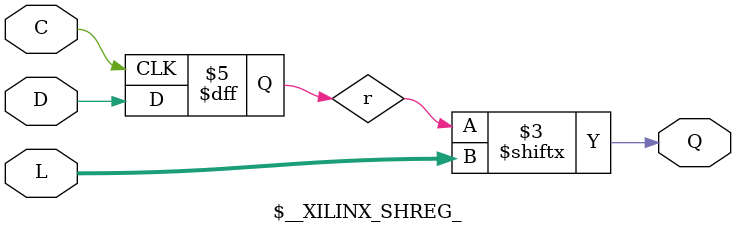
<source format=v>
module shregmap_static_test(input i, clk, output [1:0] q);
reg head = 1'b0;
reg [3:0] shift1 = 4'b0000;
reg [3:0] shift2 = 4'b0000;

always @(posedge clk) begin
    head <= i;
    shift1 <= {shift1[2:0], head};
    shift2 <= {shift2[2:0], head};
end

assign q = {shift2[3], shift1[3]};
endmodule

module \$__SHREG_DFF_P_ (input C, D, output Q);
parameter DEPTH = 1;
parameter [DEPTH-1:0] INIT = {DEPTH{1'b0}};
reg [DEPTH-1:0] r = INIT;
always @(posedge C) 
    r <= { r[DEPTH-2:0], D };
assign Q = r[DEPTH-1];
endmodule

module shregmap_variable_test(input i, clk, input [1:0] l1, l2, output [1:0] q);
reg head = 1'b0;
reg [3:0] shift1 = 4'b0000;
reg [3:0] shift2 = 4'b0000;

always @(posedge clk) begin
    head <= i;
    shift1 <= {shift1[2:0], head};
    shift2 <= {shift2[2:0], head};
end

assign q = {shift2[l2], shift1[l1]};
endmodule

module \$__XILINX_SHREG_ (input C, D, input [1:0] L, output Q);
parameter CLKPOL = 1;
parameter ENPOL = 1;
parameter DEPTH = 1;
parameter [DEPTH-1:0] INIT = {DEPTH{1'b0}};
reg [DEPTH-1:0] r = INIT;
wire clk = C ^ CLKPOL;
always @(posedge C)
    r <= { r[DEPTH-2:0], D };
assign Q = r[L];
endmodule

</source>
